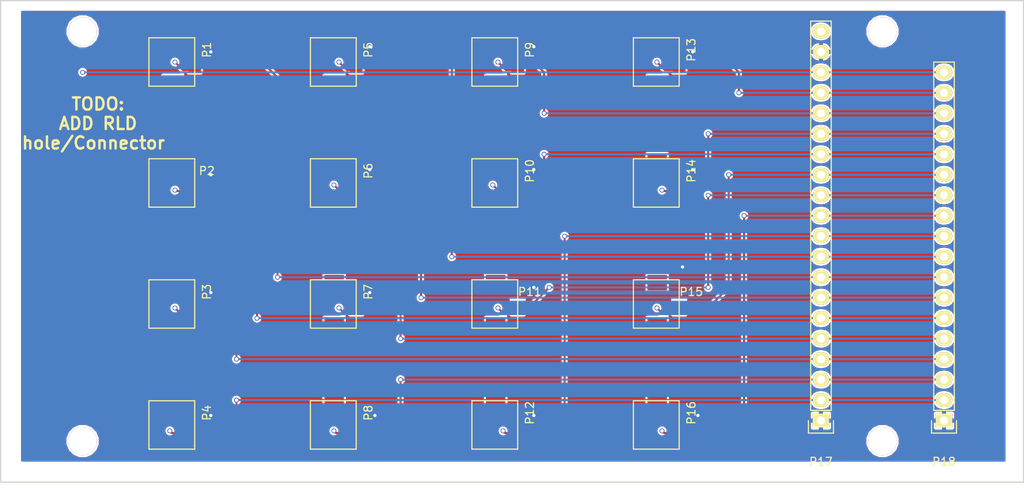
<source format=kicad_pcb>
(kicad_pcb (version 4) (host pcbnew 4.0.1-4.201602132031+6195~38~ubuntu14.04.1-stable)
  (layers (0 F.Cu signal) (1 In1.Cu signal) (2 In2.Cu signal) (31 B.Cu signal) (35 F.Paste user) (37 F.SilkS user) (39 F.Mask user) (44 Edge.Cuts user))
  (net 0 "")
  (net 1 /VCC)
  (net 2 /IN4P)
  (net 3 /GND)
  (net 4 /IN3P)
  (net 5 /IN2P)
  (net 6 /IN1P)
  (net 7 /IN4N)
  (net 8 /IN3N)
  (net 9 /IN2N)
  (net 10 /IN1N)
  (net 11 /IN8P)
  (net 12 /IN7P)
  (net 13 /IN6P)
  (net 14 /IN5P)
  (net 15 /IN8N)
  (net 16 /IN7N)
  (net 17 /IN6N)
  (net 18 /IN5N)
  (net 19 /RLD)
  (module active_electrode_connectors:DF50A-3P-1V (layer F.Cu) (at 100.24 36.82 270)
    (fp_text reference P1 (at -1.5 -1.5 270) (layer F.SilkS))
    (fp_text value CONN_01X03 hide)
    (fp_line (start -3 0) (end 3 0) (layer F.SilkS) (width 0.15))
    (fp_line (start 3 0) (end 3 5.67) (layer F.SilkS) (width 0.15))
    (fp_line (start 3 5.67) (end -3 5.67) (layer F.SilkS) (width 0.15))
    (fp_line (start -3 5.67) (end -3 0) (layer F.SilkS) (width 0.15))
    (pad "" smd rect (at -2.65 2.725 270) (size 1.9 2.4) (layers F.Cu F.Paste F.Mask))
    (pad 1 smd rect (at 1 0 270) (size 0.6 1.55) (layers F.Cu F.Paste F.Mask) (net 1 /VCC))
    (pad 2 smd rect (at 0 0 270) (size 0.6 1.55) (layers F.Cu F.Paste F.Mask) (net 2 /IN4P))
    (pad 3 smd rect (at -1 0 270) (size 0.6 1.55) (layers F.Cu F.Paste F.Mask) (net 3 /GND))
    (pad "" smd rect (at 2.65 2.725 270) (size 1.9 2.4) (layers F.Cu F.Paste F.Mask))
  )
  (module active_electrode_connectors:DF50A-3P-1V (layer F.Cu) (at 100.24 51.82 270)
    (fp_text reference P2 (at -1.5 -1.5 360) (layer F.SilkS))
    (fp_text value CONN_01X03 hide)
    (fp_line (start -3 0) (end 3 0) (layer F.SilkS) (width 0.15))
    (fp_line (start 3 0) (end 3 5.67) (layer F.SilkS) (width 0.15))
    (fp_line (start 3 5.67) (end -3 5.67) (layer F.SilkS) (width 0.15))
    (fp_line (start -3 5.67) (end -3 0) (layer F.SilkS) (width 0.15))
    (pad "" smd rect (at -2.65 2.725 270) (size 1.9 2.4) (layers F.Cu F.Paste F.Mask))
    (pad 1 smd rect (at 1 0 270) (size 0.6 1.55) (layers F.Cu F.Paste F.Mask) (net 1 /VCC))
    (pad 2 smd rect (at 0 0 270) (size 0.6 1.55) (layers F.Cu F.Paste F.Mask) (net 4 /IN3P))
    (pad 3 smd rect (at -1 0 270) (size 0.6 1.55) (layers F.Cu F.Paste F.Mask) (net 3 /GND))
    (pad "" smd rect (at 2.65 2.725 270) (size 1.9 2.4) (layers F.Cu F.Paste F.Mask))
  )
  (module active_electrode_connectors:DF50A-3P-1V (layer F.Cu) (at 100.24 66.82 270)
    (fp_text reference P3 (at -1.5 -1.5 270) (layer F.SilkS))
    (fp_text value CONN_01X03 hide)
    (fp_line (start -3 0) (end 3 0) (layer F.SilkS) (width 0.15))
    (fp_line (start 3 0) (end 3 5.67) (layer F.SilkS) (width 0.15))
    (fp_line (start 3 5.67) (end -3 5.67) (layer F.SilkS) (width 0.15))
    (fp_line (start -3 5.67) (end -3 0) (layer F.SilkS) (width 0.15))
    (pad "" smd rect (at -2.65 2.725 270) (size 1.9 2.4) (layers F.Cu F.Paste F.Mask))
    (pad 1 smd rect (at 1 0 270) (size 0.6 1.55) (layers F.Cu F.Paste F.Mask) (net 1 /VCC))
    (pad 2 smd rect (at 0 0 270) (size 0.6 1.55) (layers F.Cu F.Paste F.Mask) (net 5 /IN2P))
    (pad 3 smd rect (at -1 0 270) (size 0.6 1.55) (layers F.Cu F.Paste F.Mask) (net 3 /GND))
    (pad "" smd rect (at 2.65 2.725 270) (size 1.9 2.4) (layers F.Cu F.Paste F.Mask))
  )
  (module active_electrode_connectors:DF50A-3P-1V (layer F.Cu) (at 100.24 81.82 270)
    (fp_text reference P4 (at -1.5 -1.5 270) (layer F.SilkS))
    (fp_text value CONN_01X03 hide)
    (fp_line (start -3 0) (end 3 0) (layer F.SilkS) (width 0.15))
    (fp_line (start 3 0) (end 3 5.67) (layer F.SilkS) (width 0.15))
    (fp_line (start 3 5.67) (end -3 5.67) (layer F.SilkS) (width 0.15))
    (fp_line (start -3 5.67) (end -3 0) (layer F.SilkS) (width 0.15))
    (pad "" smd rect (at -2.65 2.725 270) (size 1.9 2.4) (layers F.Cu F.Paste F.Mask))
    (pad 1 smd rect (at 1 0 270) (size 0.6 1.55) (layers F.Cu F.Paste F.Mask) (net 1 /VCC))
    (pad 2 smd rect (at 0 0 270) (size 0.6 1.55) (layers F.Cu F.Paste F.Mask) (net 6 /IN1P))
    (pad 3 smd rect (at -1 0 270) (size 0.6 1.55) (layers F.Cu F.Paste F.Mask) (net 3 /GND))
    (pad "" smd rect (at 2.65 2.725 270) (size 1.9 2.4) (layers F.Cu F.Paste F.Mask))
  )
  (module active_electrode_connectors:DF50A-3P-1V (layer F.Cu) (at 120.24 36.82 270)
    (fp_text reference P5 (at -1.5 -1.5 270) (layer F.SilkS))
    (fp_text value CONN_01X03 hide)
    (fp_line (start -3 0) (end 3 0) (layer F.SilkS) (width 0.15))
    (fp_line (start 3 0) (end 3 5.67) (layer F.SilkS) (width 0.15))
    (fp_line (start 3 5.67) (end -3 5.67) (layer F.SilkS) (width 0.15))
    (fp_line (start -3 5.67) (end -3 0) (layer F.SilkS) (width 0.15))
    (pad "" smd rect (at -2.65 2.725 270) (size 1.9 2.4) (layers F.Cu F.Paste F.Mask))
    (pad 1 smd rect (at 1 0 270) (size 0.6 1.55) (layers F.Cu F.Paste F.Mask) (net 1 /VCC))
    (pad 2 smd rect (at 0 0 270) (size 0.6 1.55) (layers F.Cu F.Paste F.Mask) (net 7 /IN4N))
    (pad 3 smd rect (at -1 0 270) (size 0.6 1.55) (layers F.Cu F.Paste F.Mask) (net 3 /GND))
    (pad "" smd rect (at 2.65 2.725 270) (size 1.9 2.4) (layers F.Cu F.Paste F.Mask))
  )
  (module active_electrode_connectors:DF50A-3P-1V (layer F.Cu) (at 120.24 51.82 270)
    (fp_text reference P6 (at -1.5 -1.5 270) (layer F.SilkS))
    (fp_text value CONN_01X03 hide)
    (fp_line (start -3 0) (end 3 0) (layer F.SilkS) (width 0.15))
    (fp_line (start 3 0) (end 3 5.67) (layer F.SilkS) (width 0.15))
    (fp_line (start 3 5.67) (end -3 5.67) (layer F.SilkS) (width 0.15))
    (fp_line (start -3 5.67) (end -3 0) (layer F.SilkS) (width 0.15))
    (pad "" smd rect (at -2.65 2.725 270) (size 1.9 2.4) (layers F.Cu F.Paste F.Mask))
    (pad 1 smd rect (at 1 0 270) (size 0.6 1.55) (layers F.Cu F.Paste F.Mask) (net 1 /VCC))
    (pad 2 smd rect (at 0 0 270) (size 0.6 1.55) (layers F.Cu F.Paste F.Mask) (net 8 /IN3N))
    (pad 3 smd rect (at -1 0 270) (size 0.6 1.55) (layers F.Cu F.Paste F.Mask) (net 3 /GND))
    (pad "" smd rect (at 2.65 2.725 270) (size 1.9 2.4) (layers F.Cu F.Paste F.Mask))
  )
  (module active_electrode_connectors:DF50A-3P-1V (layer F.Cu) (at 120.24 66.82 270)
    (fp_text reference P7 (at -1.5 -1.5 270) (layer F.SilkS))
    (fp_text value CONN_01X03 hide)
    (fp_line (start -3 0) (end 3 0) (layer F.SilkS) (width 0.15))
    (fp_line (start 3 0) (end 3 5.67) (layer F.SilkS) (width 0.15))
    (fp_line (start 3 5.67) (end -3 5.67) (layer F.SilkS) (width 0.15))
    (fp_line (start -3 5.67) (end -3 0) (layer F.SilkS) (width 0.15))
    (pad "" smd rect (at -2.65 2.725 270) (size 1.9 2.4) (layers F.Cu F.Paste F.Mask))
    (pad 1 smd rect (at 1 0 270) (size 0.6 1.55) (layers F.Cu F.Paste F.Mask) (net 1 /VCC))
    (pad 2 smd rect (at 0 0 270) (size 0.6 1.55) (layers F.Cu F.Paste F.Mask) (net 9 /IN2N))
    (pad 3 smd rect (at -1 0 270) (size 0.6 1.55) (layers F.Cu F.Paste F.Mask) (net 3 /GND))
    (pad "" smd rect (at 2.65 2.725 270) (size 1.9 2.4) (layers F.Cu F.Paste F.Mask))
  )
  (module active_electrode_connectors:DF50A-3P-1V (layer F.Cu) (at 120.24 81.82 270)
    (fp_text reference P8 (at -1.5 -1.5 270) (layer F.SilkS))
    (fp_text value CONN_01X03 hide)
    (fp_line (start -3 0) (end 3 0) (layer F.SilkS) (width 0.15))
    (fp_line (start 3 0) (end 3 5.67) (layer F.SilkS) (width 0.15))
    (fp_line (start 3 5.67) (end -3 5.67) (layer F.SilkS) (width 0.15))
    (fp_line (start -3 5.67) (end -3 0) (layer F.SilkS) (width 0.15))
    (pad "" smd rect (at -2.65 2.725 270) (size 1.9 2.4) (layers F.Cu F.Paste F.Mask))
    (pad 1 smd rect (at 1 0 270) (size 0.6 1.55) (layers F.Cu F.Paste F.Mask) (net 1 /VCC))
    (pad 2 smd rect (at 0 0 270) (size 0.6 1.55) (layers F.Cu F.Paste F.Mask) (net 10 /IN1N))
    (pad 3 smd rect (at -1 0 270) (size 0.6 1.55) (layers F.Cu F.Paste F.Mask) (net 3 /GND))
    (pad "" smd rect (at 2.65 2.725 270) (size 1.9 2.4) (layers F.Cu F.Paste F.Mask))
  )
  (module active_electrode_connectors:DF50A-3P-1V (layer F.Cu) (at 140.24 36.82 270)
    (fp_text reference P9 (at -1.5 -1.5 270) (layer F.SilkS))
    (fp_text value CONN_01X03 hide)
    (fp_line (start -3 0) (end 3 0) (layer F.SilkS) (width 0.15))
    (fp_line (start 3 0) (end 3 5.67) (layer F.SilkS) (width 0.15))
    (fp_line (start 3 5.67) (end -3 5.67) (layer F.SilkS) (width 0.15))
    (fp_line (start -3 5.67) (end -3 0) (layer F.SilkS) (width 0.15))
    (pad "" smd rect (at -2.65 2.725 270) (size 1.9 2.4) (layers F.Cu F.Paste F.Mask))
    (pad 1 smd rect (at 1 0 270) (size 0.6 1.55) (layers F.Cu F.Paste F.Mask) (net 1 /VCC))
    (pad 2 smd rect (at 0 0 270) (size 0.6 1.55) (layers F.Cu F.Paste F.Mask) (net 11 /IN8P))
    (pad 3 smd rect (at -1 0 270) (size 0.6 1.55) (layers F.Cu F.Paste F.Mask) (net 3 /GND))
    (pad "" smd rect (at 2.65 2.725 270) (size 1.9 2.4) (layers F.Cu F.Paste F.Mask))
  )
  (module active_electrode_connectors:DF50A-3P-1V (layer F.Cu) (at 140.24 51.82 270)
    (fp_text reference P10 (at -1.5 -1.5 270) (layer F.SilkS))
    (fp_text value CONN_01X03 hide)
    (fp_line (start -3 0) (end 3 0) (layer F.SilkS) (width 0.15))
    (fp_line (start 3 0) (end 3 5.67) (layer F.SilkS) (width 0.15))
    (fp_line (start 3 5.67) (end -3 5.67) (layer F.SilkS) (width 0.15))
    (fp_line (start -3 5.67) (end -3 0) (layer F.SilkS) (width 0.15))
    (pad "" smd rect (at -2.65 2.725 270) (size 1.9 2.4) (layers F.Cu F.Paste F.Mask))
    (pad 1 smd rect (at 1 0 270) (size 0.6 1.55) (layers F.Cu F.Paste F.Mask) (net 1 /VCC))
    (pad 2 smd rect (at 0 0 270) (size 0.6 1.55) (layers F.Cu F.Paste F.Mask) (net 12 /IN7P))
    (pad 3 smd rect (at -1 0 270) (size 0.6 1.55) (layers F.Cu F.Paste F.Mask) (net 3 /GND))
    (pad "" smd rect (at 2.65 2.725 270) (size 1.9 2.4) (layers F.Cu F.Paste F.Mask))
  )
  (module active_electrode_connectors:DF50A-3P-1V (layer F.Cu) (at 140.24 66.82 270)
    (fp_text reference P11 (at -1.5 -1.5 360) (layer F.SilkS))
    (fp_text value CONN_01X03 hide)
    (fp_line (start -3 0) (end 3 0) (layer F.SilkS) (width 0.15))
    (fp_line (start 3 0) (end 3 5.67) (layer F.SilkS) (width 0.15))
    (fp_line (start 3 5.67) (end -3 5.67) (layer F.SilkS) (width 0.15))
    (fp_line (start -3 5.67) (end -3 0) (layer F.SilkS) (width 0.15))
    (pad "" smd rect (at -2.65 2.725 270) (size 1.9 2.4) (layers F.Cu F.Paste F.Mask))
    (pad 1 smd rect (at 1 0 270) (size 0.6 1.55) (layers F.Cu F.Paste F.Mask) (net 1 /VCC))
    (pad 2 smd rect (at 0 0 270) (size 0.6 1.55) (layers F.Cu F.Paste F.Mask) (net 13 /IN6P))
    (pad 3 smd rect (at -1 0 270) (size 0.6 1.55) (layers F.Cu F.Paste F.Mask) (net 3 /GND))
    (pad "" smd rect (at 2.65 2.725 270) (size 1.9 2.4) (layers F.Cu F.Paste F.Mask))
  )
  (module active_electrode_connectors:DF50A-3P-1V (layer F.Cu) (at 140.24 81.82 270)
    (fp_text reference P12 (at -1.5 -1.5 270) (layer F.SilkS))
    (fp_text value CONN_01X03 hide)
    (fp_line (start -3 0) (end 3 0) (layer F.SilkS) (width 0.15))
    (fp_line (start 3 0) (end 3 5.67) (layer F.SilkS) (width 0.15))
    (fp_line (start 3 5.67) (end -3 5.67) (layer F.SilkS) (width 0.15))
    (fp_line (start -3 5.67) (end -3 0) (layer F.SilkS) (width 0.15))
    (pad "" smd rect (at -2.65 2.725 270) (size 1.9 2.4) (layers F.Cu F.Paste F.Mask))
    (pad 1 smd rect (at 1 0 270) (size 0.6 1.55) (layers F.Cu F.Paste F.Mask) (net 1 /VCC))
    (pad 2 smd rect (at 0 0 270) (size 0.6 1.55) (layers F.Cu F.Paste F.Mask) (net 14 /IN5P))
    (pad 3 smd rect (at -1 0 270) (size 0.6 1.55) (layers F.Cu F.Paste F.Mask) (net 3 /GND))
    (pad "" smd rect (at 2.65 2.725 270) (size 1.9 2.4) (layers F.Cu F.Paste F.Mask))
  )
  (module active_electrode_connectors:DF50A-3P-1V (layer F.Cu) (at 160.24 36.82 270)
    (fp_text reference P13 (at -1.5 -1.5 270) (layer F.SilkS))
    (fp_text value CONN_01X03 hide)
    (fp_line (start -3 0) (end 3 0) (layer F.SilkS) (width 0.15))
    (fp_line (start 3 0) (end 3 5.67) (layer F.SilkS) (width 0.15))
    (fp_line (start 3 5.67) (end -3 5.67) (layer F.SilkS) (width 0.15))
    (fp_line (start -3 5.67) (end -3 0) (layer F.SilkS) (width 0.15))
    (pad "" smd rect (at -2.65 2.725 270) (size 1.9 2.4) (layers F.Cu F.Paste F.Mask))
    (pad 1 smd rect (at 1 0 270) (size 0.6 1.55) (layers F.Cu F.Paste F.Mask) (net 1 /VCC))
    (pad 2 smd rect (at 0 0 270) (size 0.6 1.55) (layers F.Cu F.Paste F.Mask) (net 15 /IN8N))
    (pad 3 smd rect (at -1 0 270) (size 0.6 1.55) (layers F.Cu F.Paste F.Mask) (net 3 /GND))
    (pad "" smd rect (at 2.65 2.725 270) (size 1.9 2.4) (layers F.Cu F.Paste F.Mask))
  )
  (module active_electrode_connectors:DF50A-3P-1V (layer F.Cu) (at 160.24 51.82 270)
    (fp_text reference P14 (at -1.5 -1.5 450) (layer F.SilkS))
    (fp_text value CONN_01X03 hide)
    (fp_line (start -3 0) (end 3 0) (layer F.SilkS) (width 0.15))
    (fp_line (start 3 0) (end 3 5.67) (layer F.SilkS) (width 0.15))
    (fp_line (start 3 5.67) (end -3 5.67) (layer F.SilkS) (width 0.15))
    (fp_line (start -3 5.67) (end -3 0) (layer F.SilkS) (width 0.15))
    (pad "" smd rect (at -2.65 2.725 270) (size 1.9 2.4) (layers F.Cu F.Paste F.Mask))
    (pad 1 smd rect (at 1 0 270) (size 0.6 1.55) (layers F.Cu F.Paste F.Mask) (net 1 /VCC))
    (pad 2 smd rect (at 0 0 270) (size 0.6 1.55) (layers F.Cu F.Paste F.Mask) (net 16 /IN7N))
    (pad 3 smd rect (at -1 0 270) (size 0.6 1.55) (layers F.Cu F.Paste F.Mask) (net 3 /GND))
    (pad "" smd rect (at 2.65 2.725 270) (size 1.9 2.4) (layers F.Cu F.Paste F.Mask))
  )
  (module active_electrode_connectors:DF50A-3P-1V (layer F.Cu) (at 160.24 66.82 270)
    (fp_text reference P15 (at -1.5 -1.5 360) (layer F.SilkS))
    (fp_text value CONN_01X03 hide)
    (fp_line (start -3 0) (end 3 0) (layer F.SilkS) (width 0.15))
    (fp_line (start 3 0) (end 3 5.67) (layer F.SilkS) (width 0.15))
    (fp_line (start 3 5.67) (end -3 5.67) (layer F.SilkS) (width 0.15))
    (fp_line (start -3 5.67) (end -3 0) (layer F.SilkS) (width 0.15))
    (pad "" smd rect (at -2.65 2.725 270) (size 1.9 2.4) (layers F.Cu F.Paste F.Mask))
    (pad 1 smd rect (at 1 0 270) (size 0.6 1.55) (layers F.Cu F.Paste F.Mask) (net 1 /VCC))
    (pad 2 smd rect (at 0 0 270) (size 0.6 1.55) (layers F.Cu F.Paste F.Mask) (net 17 /IN6N))
    (pad 3 smd rect (at -1 0 270) (size 0.6 1.55) (layers F.Cu F.Paste F.Mask) (net 3 /GND))
    (pad "" smd rect (at 2.65 2.725 270) (size 1.9 2.4) (layers F.Cu F.Paste F.Mask))
  )
  (module active_electrode_connectors:DF50A-3P-1V (layer F.Cu) (at 160.24 81.82 270)
    (fp_text reference P16 (at -1.5 -1.5 270) (layer F.SilkS))
    (fp_text value CONN_01X03 hide)
    (fp_line (start -3 0) (end 3 0) (layer F.SilkS) (width 0.15))
    (fp_line (start 3 0) (end 3 5.67) (layer F.SilkS) (width 0.15))
    (fp_line (start 3 5.67) (end -3 5.67) (layer F.SilkS) (width 0.15))
    (fp_line (start -3 5.67) (end -3 0) (layer F.SilkS) (width 0.15))
    (pad "" smd rect (at -2.65 2.725 270) (size 1.9 2.4) (layers F.Cu F.Paste F.Mask))
    (pad 1 smd rect (at 1 0 270) (size 0.6 1.55) (layers F.Cu F.Paste F.Mask) (net 1 /VCC))
    (pad 2 smd rect (at 0 0 270) (size 0.6 1.55) (layers F.Cu F.Paste F.Mask) (net 18 /IN5N))
    (pad 3 smd rect (at -1 0 270) (size 0.6 1.55) (layers F.Cu F.Paste F.Mask) (net 3 /GND))
    (pad "" smd rect (at 2.65 2.725 270) (size 1.9 2.4) (layers F.Cu F.Paste F.Mask))
  )
  (module Pin_Headers:Pin_Header_Straight_1x20 (layer F.Cu) (at 177.8 81.28 180)
    (fp_text reference P17 (at 0 -5.1 180) (layer F.SilkS))
    (fp_text value CONN_01X20)
    (fp_line (start 1.27 1.27) (end 1.27 49.53) (layer F.SilkS) (width 0.15))
    (fp_line (start 1.27 49.53) (end -1.27 49.53) (layer F.SilkS) (width 0.15))
    (fp_line (start -1.27 49.53) (end -1.27 1.27) (layer F.SilkS) (width 0.15))
    (fp_line (start 1.55 -1.55) (end 1.55 0) (layer F.SilkS) (width 0.15))
    (fp_line (start 1.27 1.27) (end -1.27 1.27) (layer F.SilkS) (width 0.15))
    (fp_line (start -1.55 0) (end -1.55 -1.55) (layer F.SilkS) (width 0.15))
    (fp_line (start -1.55 -1.55) (end 1.55 -1.55) (layer F.SilkS) (width 0.15))
    (pad 1 thru_hole rect (at 0 0 180) (size 2.032 1.7272) (drill 1.016) (layers *.Cu *.Mask F.SilkS) (net 3 /GND))
    (pad 2 thru_hole oval (at 0 2.54 180) (size 2.032 1.7272) (drill 1.016) (layers *.Cu *.Mask F.SilkS) (net 6 /IN1P))
    (pad 3 thru_hole oval (at 0 5.08 180) (size 2.032 1.7272) (drill 1.016) (layers *.Cu *.Mask F.SilkS) (net 10 /IN1N))
    (pad 4 thru_hole oval (at 0 7.62 180) (size 2.032 1.7272) (drill 1.016) (layers *.Cu *.Mask F.SilkS) (net 5 /IN2P))
    (pad 5 thru_hole oval (at 0 10.16 180) (size 2.032 1.7272) (drill 1.016) (layers *.Cu *.Mask F.SilkS) (net 9 /IN2N))
    (pad 6 thru_hole oval (at 0 12.7 180) (size 2.032 1.7272) (drill 1.016) (layers *.Cu *.Mask F.SilkS) (net 4 /IN3P))
    (pad 7 thru_hole oval (at 0 15.24 180) (size 2.032 1.7272) (drill 1.016) (layers *.Cu *.Mask F.SilkS) (net 8 /IN3N))
    (pad 8 thru_hole oval (at 0 17.78 180) (size 2.032 1.7272) (drill 1.016) (layers *.Cu *.Mask F.SilkS) (net 2 /IN4P))
    (pad 9 thru_hole oval (at 0 20.32 180) (size 2.032 1.7272) (drill 1.016) (layers *.Cu *.Mask F.SilkS) (net 7 /IN4N))
    (pad 10 thru_hole oval (at 0 22.86 180) (size 2.032 1.7272) (drill 1.016) (layers *.Cu *.Mask F.SilkS) (net 14 /IN5P))
    (pad 11 thru_hole oval (at 0 25.4 180) (size 2.032 1.7272) (drill 1.016) (layers *.Cu *.Mask F.SilkS) (net 18 /IN5N))
    (pad 12 thru_hole oval (at 0 27.94 180) (size 2.032 1.7272) (drill 1.016) (layers *.Cu *.Mask F.SilkS) (net 13 /IN6P))
    (pad 13 thru_hole oval (at 0 30.48 180) (size 2.032 1.7272) (drill 1.016) (layers *.Cu *.Mask F.SilkS) (net 17 /IN6N))
    (pad 14 thru_hole oval (at 0 33.02 180) (size 2.032 1.7272) (drill 1.016) (layers *.Cu *.Mask F.SilkS) (net 12 /IN7P))
    (pad 15 thru_hole oval (at 0 35.56 180) (size 2.032 1.7272) (drill 1.016) (layers *.Cu *.Mask F.SilkS) (net 16 /IN7N))
    (pad 16 thru_hole oval (at 0 38.1 180) (size 2.032 1.7272) (drill 1.016) (layers *.Cu *.Mask F.SilkS) (net 11 /IN8P))
    (pad 17 thru_hole oval (at 0 40.64 180) (size 2.032 1.7272) (drill 1.016) (layers *.Cu *.Mask F.SilkS) (net 15 /IN8N))
    (pad 18 thru_hole oval (at 0 43.18 180) (size 2.032 1.7272) (drill 1.016) (layers *.Cu *.Mask F.SilkS) (net 19 /RLD))
    (pad 19 thru_hole oval (at 0 45.72 180) (size 2.032 1.7272) (drill 1.016) (layers *.Cu *.Mask F.SilkS) (net 3 /GND))
    (pad 20 thru_hole oval (at 0 48.26 180) (size 2.032 1.7272) (drill 1.016) (layers *.Cu *.Mask F.SilkS) (net 1 /VCC))
  )
  (module Pin_Headers:Pin_Header_Straight_1x18 (layer F.Cu) (at 193.04 81.28 180)
    (fp_text reference P18 (at 0 -5.1 180) (layer F.SilkS))
    (fp_text value CONN_01X18)
    (fp_line (start 1.27 1.27) (end 1.27 44.45) (layer F.SilkS) (width 0.15))
    (fp_line (start 1.27 44.45) (end -1.27 44.45) (layer F.SilkS) (width 0.15))
    (fp_line (start -1.27 44.45) (end -1.27 1.27) (layer F.SilkS) (width 0.15))
    (fp_line (start 1.55 -1.55) (end 1.55 0) (layer F.SilkS) (width 0.15))
    (fp_line (start 1.27 1.27) (end -1.27 1.27) (layer F.SilkS) (width 0.15))
    (fp_line (start -1.55 0) (end -1.55 -1.55) (layer F.SilkS) (width 0.15))
    (fp_line (start -1.55 -1.55) (end 1.55 -1.55) (layer F.SilkS) (width 0.15))
    (pad 1 thru_hole rect (at 0 0 180) (size 2.032 1.7272) (drill 1.016) (layers *.Cu *.Mask F.SilkS) (net 3 /GND))
    (pad 2 thru_hole oval (at 0 2.54 180) (size 2.032 1.7272) (drill 1.016) (layers *.Cu *.Mask F.SilkS) (net 6 /IN1P))
    (pad 3 thru_hole oval (at 0 5.08 180) (size 2.032 1.7272) (drill 1.016) (layers *.Cu *.Mask F.SilkS) (net 10 /IN1N))
    (pad 4 thru_hole oval (at 0 7.62 180) (size 2.032 1.7272) (drill 1.016) (layers *.Cu *.Mask F.SilkS) (net 5 /IN2P))
    (pad 5 thru_hole oval (at 0 10.16 180) (size 2.032 1.7272) (drill 1.016) (layers *.Cu *.Mask F.SilkS) (net 9 /IN2N))
    (pad 6 thru_hole oval (at 0 12.7 180) (size 2.032 1.7272) (drill 1.016) (layers *.Cu *.Mask F.SilkS) (net 4 /IN3P))
    (pad 7 thru_hole oval (at 0 15.24 180) (size 2.032 1.7272) (drill 1.016) (layers *.Cu *.Mask F.SilkS) (net 8 /IN3N))
    (pad 8 thru_hole oval (at 0 17.78 180) (size 2.032 1.7272) (drill 1.016) (layers *.Cu *.Mask F.SilkS) (net 2 /IN4P))
    (pad 9 thru_hole oval (at 0 20.32 180) (size 2.032 1.7272) (drill 1.016) (layers *.Cu *.Mask F.SilkS) (net 7 /IN4N))
    (pad 10 thru_hole oval (at 0 22.86 180) (size 2.032 1.7272) (drill 1.016) (layers *.Cu *.Mask F.SilkS) (net 14 /IN5P))
    (pad 11 thru_hole oval (at 0 25.4 180) (size 2.032 1.7272) (drill 1.016) (layers *.Cu *.Mask F.SilkS) (net 18 /IN5N))
    (pad 12 thru_hole oval (at 0 27.94 180) (size 2.032 1.7272) (drill 1.016) (layers *.Cu *.Mask F.SilkS) (net 13 /IN6P))
    (pad 13 thru_hole oval (at 0 30.48 180) (size 2.032 1.7272) (drill 1.016) (layers *.Cu *.Mask F.SilkS) (net 17 /IN6N))
    (pad 14 thru_hole oval (at 0 33.02 180) (size 2.032 1.7272) (drill 1.016) (layers *.Cu *.Mask F.SilkS) (net 12 /IN7P))
    (pad 15 thru_hole oval (at 0 35.56 180) (size 2.032 1.7272) (drill 1.016) (layers *.Cu *.Mask F.SilkS) (net 16 /IN7N))
    (pad 16 thru_hole oval (at 0 38.1 180) (size 2.032 1.7272) (drill 1.016) (layers *.Cu *.Mask F.SilkS) (net 11 /IN8P))
    (pad 17 thru_hole oval (at 0 40.64 180) (size 2.032 1.7272) (drill 1.016) (layers *.Cu *.Mask F.SilkS) (net 15 /IN8N))
    (pad 18 thru_hole oval (at 0 43.18 180) (size 2.032 1.7272) (drill 1.016) (layers *.Cu *.Mask F.SilkS) (net 19 /RLD))
  )
  (module Mounting_Holes:MountingHole_3-5mm (layer F.Cu) (at 185.42 33.02)
    (fp_text reference HOLE2 hide)
    (fp_text value MountingHole_3-5mm)
    (pad 1 thru_hole circle (at 0 0) (size 3.5 3.5) (drill 3.5) (layers))
  )
  (module Mounting_Holes:MountingHole_3-5mm (layer F.Cu) (at 185.42 83.82)
    (fp_text reference HOLE4 hide)
    (fp_text value MountingHole_3-5mm)
    (pad 1 thru_hole circle (at 0 0) (size 3.5 3.5) (drill 3.5) (layers))
  )
  (module Mounting_Holes:MountingHole_3-5mm (layer F.Cu) (at 86.36 33.02)
    (fp_text reference HOLE1 hide)
    (fp_text value MountingHole_3-5mm)
    (pad 1 thru_hole circle (at 0 0) (size 3.5 3.5) (drill 3.5) (layers))
  )
  (module Mounting_Holes:MountingHole_3-5mm (layer F.Cu) (at 86.36 83.82)
    (fp_text reference HOLE3 hide)
    (fp_text value MountingHole_3-5mm)
    (pad 1 thru_hole circle (at 0 0) (size 3.5 3.5) (drill 3.5) (layers))
  )
  (gr_text "TODO:\nADD RLD\nhole/Connector " (at 88.265 44.45) (layer F.SilkS) (effects (font (size 1.5 1.5) (thickness 0.3))))
  (gr_line (start 76.2 88.9) (end 202.8952 88.9) (angle 90) (layer Edge.Cuts) (width 0.15))
  (gr_line (start 76.2 29.21) (end 202.8952 29.21) (angle 90) (layer Edge.Cuts) (width 0.15))
  (gr_line (start 76.2 29.21) (end 76.2 88.9) (angle 90) (layer Edge.Cuts) (width 0.15))
  (gr_line (start 202.8952 29.21) (end 202.8952 88.9) (angle 90) (layer Edge.Cuts) (width 0.15))
  (segment (start 140.24 67.82) (end 138.305 67.82) (width 0.25) (layer F.Cu) (net 1))
  (via (at 137.795 67.31) (size 0.6) (drill 0.4) (layers F.Cu B.Cu) (net 1))
  (segment (start 138.305 67.82) (end 137.795 67.31) (width 0.25) (layer F.Cu) (net 1))
  (segment (start 140.24 52.82) (end 137.91 52.82) (width 0.25) (layer F.Cu) (net 1))
  (via (at 137.16 52.07) (size 0.6) (drill 0.4) (layers F.Cu B.Cu) (net 1))
  (segment (start 137.91 52.82) (end 137.16 52.07) (width 0.25) (layer F.Cu) (net 1))
  (segment (start 140.24 37.82) (end 138.785 37.82) (width 0.25) (layer F.Cu) (net 1))
  (via (at 137.795 36.83) (size 0.6) (drill 0.4) (layers F.Cu B.Cu) (net 1))
  (segment (start 138.785 37.82) (end 137.795 36.83) (width 0.25) (layer F.Cu) (net 1))
  (segment (start 120.24 37.82) (end 119.1 37.82) (width 0.25) (layer F.Cu) (net 1))
  (via (at 118.11 36.83) (size 0.6) (drill 0.4) (layers F.Cu B.Cu) (net 1))
  (segment (start 119.1 37.82) (end 118.11 36.83) (width 0.25) (layer F.Cu) (net 1))
  (segment (start 120.24 52.82) (end 118.225 52.82) (width 0.25) (layer F.Cu) (net 1))
  (via (at 117.475 52.07) (size 0.6) (drill 0.4) (layers F.Cu B.Cu) (net 1))
  (segment (start 118.225 52.82) (end 117.475 52.07) (width 0.25) (layer F.Cu) (net 1))
  (segment (start 120.24 67.82) (end 118.62 67.82) (width 0.25) (layer F.Cu) (net 1))
  (via (at 118.11 67.31) (size 0.6) (drill 0.4) (layers F.Cu B.Cu) (net 1))
  (segment (start 118.62 67.82) (end 118.11 67.31) (width 0.25) (layer F.Cu) (net 1))
  (segment (start 120.24 82.82) (end 117.745 82.82) (width 0.25) (layer F.Cu) (net 1))
  (via (at 117.475 82.55) (size 0.6) (drill 0.4) (layers F.Cu B.Cu) (net 1))
  (segment (start 117.745 82.82) (end 117.475 82.55) (width 0.25) (layer F.Cu) (net 1))
  (segment (start 100.24 37.82) (end 98.78 37.82) (width 0.25) (layer F.Cu) (net 1))
  (via (at 97.79 36.83) (size 0.6) (drill 0.4) (layers F.Cu B.Cu) (net 1))
  (segment (start 98.78 37.82) (end 97.79 36.83) (width 0.25) (layer F.Cu) (net 1))
  (segment (start 100.24 52.82) (end 97.905 52.82) (width 0.25) (layer F.Cu) (net 1))
  (via (at 97.79 52.705) (size 0.6) (drill 0.4) (layers F.Cu B.Cu) (net 1))
  (segment (start 97.905 52.82) (end 97.79 52.705) (width 0.25) (layer F.Cu) (net 1))
  (segment (start 100.24 67.82) (end 98.3 67.82) (width 0.25) (layer F.Cu) (net 1))
  (via (at 97.79 67.31) (size 0.6) (drill 0.4) (layers F.Cu B.Cu) (net 1))
  (segment (start 98.3 67.82) (end 97.79 67.31) (width 0.25) (layer F.Cu) (net 1))
  (segment (start 100.24 82.82) (end 97.425 82.82) (width 0.25) (layer F.Cu) (net 1))
  (via (at 97.155 82.55) (size 0.6) (drill 0.4) (layers F.Cu B.Cu) (net 1))
  (segment (start 97.425 82.82) (end 97.155 82.55) (width 0.25) (layer F.Cu) (net 1))
  (segment (start 140.24 82.82) (end 138.7 82.82) (width 0.25) (layer F.Cu) (net 1))
  (via (at 138.43 82.55) (size 0.6) (drill 0.4) (layers F.Cu B.Cu) (net 1))
  (segment (start 138.7 82.82) (end 138.43 82.55) (width 0.25) (layer F.Cu) (net 1))
  (segment (start 160.24 82.82) (end 158.385 82.82) (width 0.25) (layer F.Cu) (net 1))
  (via (at 158.115 82.55) (size 0.6) (drill 0.4) (layers F.Cu B.Cu) (net 1))
  (segment (start 158.385 82.82) (end 158.115 82.55) (width 0.25) (layer F.Cu) (net 1))
  (segment (start 160.24 67.82) (end 157.99 67.82) (width 0.25) (layer F.Cu) (net 1))
  (via (at 157.48 67.31) (size 0.6) (drill 0.4) (layers F.Cu B.Cu) (net 1))
  (segment (start 157.99 67.82) (end 157.48 67.31) (width 0.25) (layer F.Cu) (net 1))
  (segment (start 160.24 52.82) (end 158.23 52.82) (width 0.25) (layer F.Cu) (net 1))
  (via (at 158.115 52.705) (size 0.6) (drill 0.4) (layers F.Cu B.Cu) (net 1))
  (segment (start 158.23 52.82) (end 158.115 52.705) (width 0.25) (layer F.Cu) (net 1))
  (segment (start 160.24 37.82) (end 158.47 37.82) (width 0.25) (layer F.Cu) (net 1))
  (via (at 157.48 36.83) (size 0.6) (drill 0.4) (layers F.Cu B.Cu) (net 1))
  (segment (start 158.47 37.82) (end 157.48 36.83) (width 0.25) (layer F.Cu) (net 1))
  (segment (start 177.8 63.5) (end 110.49 63.5) (width 0.25) (layer B.Cu) (net 2))
  (segment (start 108.575 36.82) (end 100.24 36.82) (width 0.25) (layer F.Cu) (net 2))
  (segment (start 110.49 38.735) (end 108.575 36.82) (width 0.25) (layer F.Cu) (net 2))
  (segment (start 110.49 63.5) (end 110.49 38.735) (width 0.25) (layer F.Cu) (net 2))
  (via (at 110.49 63.5) (size 0.6) (drill 0.4) (layers F.Cu B.Cu) (net 2))
  (segment (start 193.04 63.5) (end 177.8 63.5) (width 0.25) (layer B.Cu) (net 2))
  (segment (start 140.24 65.82) (end 141.19 65.82) (width 0.25) (layer F.Cu) (net 3))
  (via (at 142.24 64.77) (size 0.6) (drill 0.4) (layers F.Cu B.Cu) (net 3))
  (segment (start 141.19 65.82) (end 142.24 64.77) (width 0.25) (layer F.Cu) (net 3))
  (segment (start 140.24 50.82) (end 141.585 50.82) (width 0.25) (layer F.Cu) (net 3))
  (via (at 142.24 50.165) (size 0.6) (drill 0.4) (layers F.Cu B.Cu) (net 3))
  (segment (start 141.585 50.82) (end 142.24 50.165) (width 0.25) (layer F.Cu) (net 3))
  (segment (start 140.24 35.82) (end 141.345 35.82) (width 0.25) (layer F.Cu) (net 3))
  (via (at 142.24 34.925) (size 0.6) (drill 0.4) (layers F.Cu B.Cu) (net 3))
  (segment (start 141.345 35.82) (end 142.24 34.925) (width 0.25) (layer F.Cu) (net 3))
  (segment (start 120.24 35.82) (end 121.025 35.82) (width 0.25) (layer F.Cu) (net 3))
  (via (at 121.92 34.925) (size 0.6) (drill 0.4) (layers F.Cu B.Cu) (net 3))
  (segment (start 121.025 35.82) (end 121.92 34.925) (width 0.25) (layer F.Cu) (net 3))
  (segment (start 120.24 50.82) (end 121.265 50.82) (width 0.25) (layer F.Cu) (net 3))
  (via (at 121.92 50.165) (size 0.6) (drill 0.4) (layers F.Cu B.Cu) (net 3))
  (segment (start 121.265 50.82) (end 121.92 50.165) (width 0.25) (layer F.Cu) (net 3))
  (segment (start 120.24 65.82) (end 121.505 65.82) (width 0.25) (layer F.Cu) (net 3))
  (via (at 121.92 65.405) (size 0.6) (drill 0.4) (layers F.Cu B.Cu) (net 3))
  (segment (start 121.505 65.82) (end 121.92 65.405) (width 0.25) (layer F.Cu) (net 3))
  (segment (start 120.24 80.82) (end 122.38 80.82) (width 0.25) (layer F.Cu) (net 3))
  (via (at 122.555 80.645) (size 0.6) (drill 0.4) (layers F.Cu B.Cu) (net 3))
  (segment (start 122.38 80.82) (end 122.555 80.645) (width 0.25) (layer F.Cu) (net 3))
  (segment (start 100.24 35.82) (end 101.975 35.82) (width 0.25) (layer F.Cu) (net 3))
  (via (at 102.235 35.56) (size 0.6) (drill 0.4) (layers F.Cu B.Cu) (net 3))
  (segment (start 101.975 35.82) (end 102.235 35.56) (width 0.25) (layer F.Cu) (net 3))
  (segment (start 100.24 50.82) (end 102.215 50.82) (width 0.25) (layer F.Cu) (net 3))
  (via (at 102.235 50.8) (size 0.6) (drill 0.4) (layers F.Cu B.Cu) (net 3))
  (segment (start 102.215 50.82) (end 102.235 50.8) (width 0.25) (layer F.Cu) (net 3))
  (segment (start 100.24 65.82) (end 101.82 65.82) (width 0.25) (layer F.Cu) (net 3))
  (via (at 102.235 65.405) (size 0.6) (drill 0.4) (layers F.Cu B.Cu) (net 3))
  (segment (start 101.82 65.82) (end 102.235 65.405) (width 0.25) (layer F.Cu) (net 3))
  (segment (start 100.24 80.82) (end 102.06 80.82) (width 0.25) (layer F.Cu) (net 3))
  (via (at 102.235 80.645) (size 0.6) (drill 0.4) (layers F.Cu B.Cu) (net 3))
  (segment (start 102.06 80.82) (end 102.235 80.645) (width 0.25) (layer F.Cu) (net 3))
  (segment (start 140.24 80.82) (end 142.065 80.82) (width 0.25) (layer F.Cu) (net 3))
  (via (at 142.24 80.645) (size 0.6) (drill 0.4) (layers F.Cu B.Cu) (net 3))
  (segment (start 142.065 80.82) (end 142.24 80.645) (width 0.25) (layer F.Cu) (net 3))
  (segment (start 160.24 80.82) (end 162.385 80.82) (width 0.25) (layer F.Cu) (net 3))
  (via (at 162.56 80.645) (size 0.6) (drill 0.4) (layers F.Cu B.Cu) (net 3))
  (segment (start 162.385 80.82) (end 162.56 80.645) (width 0.25) (layer F.Cu) (net 3))
  (segment (start 160.24 65.82) (end 160.655 65.405) (width 0.25) (layer F.Cu) (net 3))
  (via (at 160.655 62.23) (size 0.6) (drill 0.4) (layers F.Cu B.Cu) (net 3))
  (segment (start 160.655 65.405) (end 160.655 62.23) (width 0.25) (layer F.Cu) (net 3))
  (segment (start 160.24 50.82) (end 161.27 50.82) (width 0.25) (layer F.Cu) (net 3))
  (via (at 161.925 50.165) (size 0.6) (drill 0.4) (layers F.Cu B.Cu) (net 3))
  (segment (start 161.27 50.82) (end 161.925 50.165) (width 0.25) (layer F.Cu) (net 3))
  (segment (start 160.24 35.82) (end 161.665 35.82) (width 0.25) (layer F.Cu) (net 3))
  (via (at 161.925 35.56) (size 0.6) (drill 0.4) (layers F.Cu B.Cu) (net 3))
  (segment (start 161.665 35.82) (end 161.925 35.56) (width 0.25) (layer F.Cu) (net 3))
  (segment (start 177.8 68.58) (end 107.95 68.58) (width 0.25) (layer B.Cu) (net 4))
  (segment (start 106.43 51.82) (end 100.24 51.82) (width 0.25) (layer F.Cu) (net 4))
  (segment (start 107.95 53.34) (end 106.43 51.82) (width 0.25) (layer F.Cu) (net 4))
  (segment (start 107.95 68.58) (end 107.95 53.34) (width 0.25) (layer F.Cu) (net 4))
  (via (at 107.95 68.58) (size 0.6) (drill 0.4) (layers F.Cu B.Cu) (net 4))
  (segment (start 193.04 68.58) (end 177.8 68.58) (width 0.25) (layer B.Cu) (net 4))
  (segment (start 177.8 73.66) (end 105.41 73.66) (width 0.25) (layer B.Cu) (net 5))
  (segment (start 104.92 66.82) (end 100.24 66.82) (width 0.25) (layer F.Cu) (net 5))
  (segment (start 105.41 67.31) (end 104.92 66.82) (width 0.25) (layer F.Cu) (net 5))
  (segment (start 105.41 73.66) (end 105.41 67.31) (width 0.25) (layer F.Cu) (net 5))
  (via (at 105.41 73.66) (size 0.6) (drill 0.4) (layers F.Cu B.Cu) (net 5))
  (segment (start 193.04 73.66) (end 177.8 73.66) (width 0.25) (layer B.Cu) (net 5))
  (segment (start 177.8 78.74) (end 105.41 78.74) (width 0.25) (layer B.Cu) (net 6))
  (segment (start 104.87 81.82) (end 100.24 81.82) (width 0.25) (layer F.Cu) (net 6))
  (segment (start 105.41 81.28) (end 104.87 81.82) (width 0.25) (layer F.Cu) (net 6))
  (segment (start 105.41 78.74) (end 105.41 81.28) (width 0.25) (layer F.Cu) (net 6))
  (via (at 105.41 78.74) (size 0.6) (drill 0.4) (layers F.Cu B.Cu) (net 6))
  (segment (start 193.04 78.74) (end 177.8 78.74) (width 0.25) (layer B.Cu) (net 6))
  (segment (start 177.8 60.96) (end 132.08 60.96) (width 0.25) (layer B.Cu) (net 7))
  (segment (start 131.435 36.82) (end 120.24 36.82) (width 0.25) (layer F.Cu) (net 7))
  (segment (start 132.08 37.465) (end 131.435 36.82) (width 0.25) (layer F.Cu) (net 7))
  (segment (start 132.08 60.96) (end 132.08 37.465) (width 0.25) (layer F.Cu) (net 7))
  (via (at 132.08 60.96) (size 0.6) (drill 0.4) (layers F.Cu B.Cu) (net 7))
  (segment (start 193.04 60.96) (end 177.8 60.96) (width 0.25) (layer B.Cu) (net 7))
  (segment (start 177.8 66.04) (end 128.27 66.04) (width 0.25) (layer B.Cu) (net 8))
  (segment (start 126.75 51.82) (end 120.24 51.82) (width 0.25) (layer F.Cu) (net 8))
  (segment (start 128.27 53.34) (end 126.75 51.82) (width 0.25) (layer F.Cu) (net 8))
  (segment (start 128.27 66.04) (end 128.27 53.34) (width 0.25) (layer F.Cu) (net 8))
  (via (at 128.27 66.04) (size 0.6) (drill 0.4) (layers F.Cu B.Cu) (net 8))
  (segment (start 193.04 66.04) (end 177.8 66.04) (width 0.25) (layer B.Cu) (net 8))
  (segment (start 177.8 71.12) (end 125.73 71.12) (width 0.25) (layer B.Cu) (net 9))
  (segment (start 124.605 66.82) (end 120.24 66.82) (width 0.25) (layer F.Cu) (net 9))
  (segment (start 125.73 67.945) (end 124.605 66.82) (width 0.25) (layer F.Cu) (net 9))
  (segment (start 125.73 71.12) (end 125.73 67.945) (width 0.25) (layer F.Cu) (net 9))
  (via (at 125.73 71.12) (size 0.6) (drill 0.4) (layers F.Cu B.Cu) (net 9))
  (segment (start 193.04 71.12) (end 177.8 71.12) (width 0.25) (layer B.Cu) (net 9))
  (segment (start 177.8 76.2) (end 125.73 76.2) (width 0.25) (layer B.Cu) (net 10))
  (segment (start 125.19 81.82) (end 120.24 81.82) (width 0.25) (layer F.Cu) (net 10))
  (segment (start 125.73 81.28) (end 125.19 81.82) (width 0.25) (layer F.Cu) (net 10))
  (segment (start 125.73 76.2) (end 125.73 81.28) (width 0.25) (layer F.Cu) (net 10))
  (via (at 125.73 76.2) (size 0.6) (drill 0.4) (layers F.Cu B.Cu) (net 10))
  (segment (start 193.04 76.2) (end 177.8 76.2) (width 0.25) (layer B.Cu) (net 10))
  (segment (start 140.24 36.82) (end 140.25 36.83) (width 0.25) (layer F.Cu) (net 11))
  (segment (start 140.25 36.83) (end 142.24 36.83) (width 0.25) (layer F.Cu) (net 11))
  (segment (start 142.24 36.83) (end 143.51 38.1) (width 0.25) (layer F.Cu) (net 11))
  (segment (start 143.51 38.1) (end 143.51 43.18) (width 0.25) (layer F.Cu) (net 11))
  (segment (start 177.8 43.18) (end 143.51 43.18) (width 0.25) (layer B.Cu) (net 11))
  (via (at 143.51 43.18) (size 0.6) (drill 0.4) (layers F.Cu B.Cu) (net 11))
  (segment (start 193.04 43.18) (end 177.8 43.18) (width 0.25) (layer B.Cu) (net 11))
  (segment (start 177.8 48.26) (end 143.51 48.26) (width 0.25) (layer B.Cu) (net 12))
  (segment (start 143.125 51.82) (end 140.24 51.82) (width 0.25) (layer F.Cu) (net 12))
  (segment (start 143.51 51.435) (end 143.125 51.82) (width 0.25) (layer F.Cu) (net 12))
  (segment (start 143.51 48.26) (end 143.51 51.435) (width 0.25) (layer F.Cu) (net 12))
  (via (at 143.51 48.26) (size 0.6) (drill 0.4) (layers F.Cu B.Cu) (net 12))
  (segment (start 193.04 48.26) (end 177.8 48.26) (width 0.25) (layer B.Cu) (net 12))
  (segment (start 177.8 53.34) (end 163.83 53.34) (width 0.25) (layer B.Cu) (net 13))
  (segment (start 142.095 66.82) (end 140.24 66.82) (width 0.25) (layer F.Cu) (net 13))
  (segment (start 144.145 64.77) (end 142.095 66.82) (width 0.25) (layer F.Cu) (net 13))
  (via (at 144.145 64.77) (size 0.6) (drill 0.4) (layers F.Cu B.Cu) (net 13))
  (segment (start 163.83 64.77) (end 144.145 64.77) (width 0.25) (layer B.Cu) (net 13))
  (via (at 163.83 64.77) (size 0.6) (drill 0.4) (layers F.Cu B.Cu) (net 13))
  (segment (start 163.83 53.34) (end 163.83 64.77) (width 0.25) (layer F.Cu) (net 13))
  (via (at 163.83 53.34) (size 0.6) (drill 0.4) (layers F.Cu B.Cu) (net 13))
  (segment (start 193.04 53.34) (end 177.8 53.34) (width 0.25) (layer B.Cu) (net 13))
  (segment (start 177.8 58.42) (end 146.05 58.42) (width 0.25) (layer B.Cu) (net 14))
  (segment (start 144.24 81.82) (end 140.24 81.82) (width 0.25) (layer F.Cu) (net 14))
  (segment (start 146.05 80.01) (end 144.24 81.82) (width 0.25) (layer F.Cu) (net 14))
  (segment (start 146.05 58.42) (end 146.05 80.01) (width 0.25) (layer F.Cu) (net 14))
  (via (at 146.05 58.42) (size 0.6) (drill 0.4) (layers F.Cu B.Cu) (net 14))
  (segment (start 193.04 58.42) (end 177.8 58.42) (width 0.25) (layer B.Cu) (net 14))
  (segment (start 177.8 40.64) (end 167.64 40.64) (width 0.25) (layer B.Cu) (net 15))
  (segment (start 166.36 36.82) (end 160.24 36.82) (width 0.25) (layer F.Cu) (net 15))
  (segment (start 167.64 38.1) (end 166.36 36.82) (width 0.25) (layer F.Cu) (net 15))
  (segment (start 167.64 40.64) (end 167.64 38.1) (width 0.25) (layer F.Cu) (net 15))
  (via (at 167.64 40.64) (size 0.6) (drill 0.4) (layers F.Cu B.Cu) (net 15))
  (segment (start 193.04 40.64) (end 177.8 40.64) (width 0.25) (layer B.Cu) (net 15))
  (segment (start 177.8 45.72) (end 163.83 45.72) (width 0.25) (layer B.Cu) (net 16))
  (segment (start 162.81 51.82) (end 160.24 51.82) (width 0.25) (layer F.Cu) (net 16))
  (segment (start 163.83 50.8) (end 162.81 51.82) (width 0.25) (layer F.Cu) (net 16))
  (segment (start 163.83 45.72) (end 163.83 50.8) (width 0.25) (layer F.Cu) (net 16))
  (via (at 163.83 45.72) (size 0.6) (drill 0.4) (layers F.Cu B.Cu) (net 16))
  (segment (start 193.04 45.72) (end 177.8 45.72) (width 0.25) (layer B.Cu) (net 16))
  (segment (start 177.8 50.8) (end 166.37 50.8) (width 0.25) (layer B.Cu) (net 17))
  (segment (start 164.32 66.82) (end 160.24 66.82) (width 0.25) (layer F.Cu) (net 17))
  (segment (start 166.37 64.77) (end 164.32 66.82) (width 0.25) (layer F.Cu) (net 17))
  (segment (start 166.37 50.8) (end 166.37 64.77) (width 0.25) (layer F.Cu) (net 17))
  (via (at 166.37 50.8) (size 0.6) (drill 0.4) (layers F.Cu B.Cu) (net 17))
  (segment (start 193.04 50.8) (end 177.8 50.8) (width 0.25) (layer B.Cu) (net 17))
  (segment (start 177.8 55.88) (end 168.275 55.88) (width 0.25) (layer B.Cu) (net 18))
  (segment (start 167.1 81.82) (end 160.24 81.82) (width 0.25) (layer F.Cu) (net 18))
  (segment (start 168.275 80.645) (end 167.1 81.82) (width 0.25) (layer F.Cu) (net 18))
  (segment (start 168.275 55.88) (end 168.275 80.645) (width 0.25) (layer F.Cu) (net 18))
  (via (at 168.275 55.88) (size 0.6) (drill 0.4) (layers F.Cu B.Cu) (net 18))
  (segment (start 193.04 55.88) (end 177.8 55.88) (width 0.25) (layer B.Cu) (net 18))
  (segment (start 177.8 38.1) (end 86.36 38.1) (width 0.25) (layer B.Cu) (net 19))
  (via (at 86.36 38.1) (size 0.6) (drill 0.4) (layers F.Cu B.Cu) (net 19))
  (segment (start 193.04 38.1) (end 177.8 38.1) (width 0.25) (layer B.Cu) (net 19))
  (zone (net 3) (net_name /GND) (layer F.Cu) (connect_pads (clearance 0.254)) (min_thickness 0.254) (fill yes (arc_segments 16) (thermal_gap 0.254) (thermal_bridge_width 0.508))
    (polygon (pts (xy 200.66 86.36) (xy 78.74 86.36) (xy 78.74 30.48) (xy 200.66 30.48) (xy 200.66 86.36)))
  )
  (zone (net 3) (net_name /GND) (layer B.Cu) (connect_pads (clearance 0.254)) (min_thickness 0.254) (fill yes (arc_segments 16) (thermal_gap 0.254) (thermal_bridge_width 0.508))
    (polygon (pts (xy 200.66 86.36) (xy 78.74 86.36) (xy 78.74 30.48) (xy 200.66 30.48) (xy 200.66 86.36)))
  )
)
</source>
